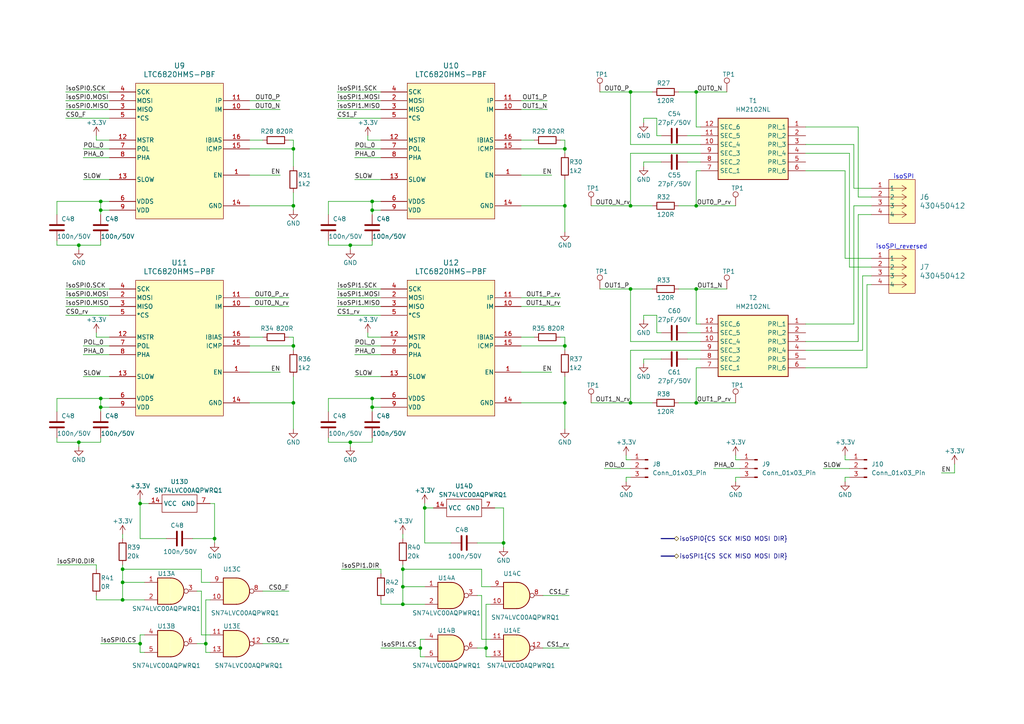
<source format=kicad_sch>
(kicad_sch (version 20230121) (generator eeschema)
  (paper "A4")
  (title_block (title "isoSPI interface") (date "2023-12-29") (rev "V1.0") (company "Valais Wallis Racing Team") (comment 1 "Bétrisey Mattia"))
  (junction (at 35.56 173.99))
  (junction (at 107.95 118.11))
  (junction (at 107.95 115.57))
  (junction (at 85.09 116.84))
  (junction (at 29.21 115.57))
  (junction (at 163.83 59.69))
  (junction (at 201.93 83.82))
  (junction (at 140.97 187.96))
  (junction (at 107.95 60.96))
  (junction (at 182.88 59.69))
  (junction (at 121.92 187.96))
  (junction (at 101.6 128.27))
  (junction (at 201.93 26.67))
  (junction (at 107.95 58.42))
  (junction (at 85.09 43.18))
  (junction (at 29.21 60.96))
  (junction (at 123.19 147.32))
  (junction (at 29.21 58.42))
  (junction (at 40.64 186.69))
  (junction (at 22.86 128.27))
  (junction (at 101.6 71.12))
  (junction (at 59.69 186.69))
  (junction (at 29.21 118.11))
  (junction (at 35.56 165.1))
  (junction (at 163.83 100.33))
  (junction (at 163.83 116.84))
  (junction (at 201.93 116.84))
  (junction (at 85.09 100.33))
  (junction (at 146.05 157.48))
  (junction (at 116.84 165.1))
  (junction (at 85.09 59.69))
  (junction (at 35.56 168.91))
  (junction (at 116.84 175.26))
  (junction (at 62.23 156.21))
  (junction (at 163.83 43.18))
  (junction (at 182.88 116.84))
  (junction (at 22.86 71.12))
  (junction (at 182.88 83.82))
  (junction (at 40.64 146.05))
  (junction (at 116.84 170.18))
  (junction (at 201.93 59.69))
  (junction (at 182.88 26.67))
  (wire (pts (xy 85.09 97.79) (xy 85.09 100.33)))
  (wire (pts (xy 173.99 83.82) (xy 182.88 83.82)))
  (wire (pts (xy 16.51 115.57) (xy 16.51 119.38)))
  (wire (pts (xy 106.68 96.52) (xy 106.68 97.79)))
  (wire (pts (xy 121.92 187.96) (xy 121.92 190.5)))
  (wire (pts (xy 201.93 36.83) (xy 203.2 36.83)))
  (wire (pts (xy 57.15 186.69) (xy 59.69 186.69)))
  (wire (pts (xy 181.61 133.35) (xy 182.88 133.35)))
  (wire (pts (xy 19.05 91.44) (xy 31.75 91.44)))
  (wire (pts (xy 233.68 106.68) (xy 251.46 106.68)))
  (wire (pts (xy 171.45 116.84) (xy 182.88 116.84)))
  (wire (pts (xy 121.92 190.5) (xy 123.19 190.5)))
  (wire (pts (xy 245.11 74.93) (xy 252.73 74.93)))
  (wire (pts (xy 247.65 41.91) (xy 247.65 54.61)))
  (wire (pts (xy 16.51 69.85) (xy 16.51 71.12)))
  (wire (pts (xy 157.48 172.72) (xy 165.1 172.72)))
  (wire (pts (xy 85.09 100.33) (xy 85.09 101.6)))
  (wire (pts (xy 97.79 34.29) (xy 110.49 34.29)))
  (wire (pts (xy 186.69 46.99) (xy 186.69 48.26)))
  (wire (pts (xy 29.21 58.42) (xy 31.75 58.42)))
  (wire (pts (xy 76.2 186.69) (xy 83.82 186.69)))
  (wire (pts (xy 29.21 115.57) (xy 31.75 115.57)))
  (wire (pts (xy 95.25 128.27) (xy 101.6 128.27)))
  (wire (pts (xy 72.39 50.8) (xy 81.28 50.8)))
  (wire (pts (xy 201.93 106.68) (xy 201.93 116.84)))
  (wire (pts (xy 72.39 116.84) (xy 85.09 116.84)))
  (wire (pts (xy 72.39 31.75) (xy 81.28 31.75)))
  (wire (pts (xy 196.85 26.67) (xy 201.93 26.67)))
  (wire (pts (xy 29.21 69.85) (xy 29.21 71.12)))
  (wire (pts (xy 27.94 40.64) (xy 31.75 40.64)))
  (wire (pts (xy 182.88 116.84) (xy 189.23 116.84)))
  (wire (pts (xy 72.39 59.69) (xy 85.09 59.69)))
  (bus (pts (xy 191.77 161.29) (xy 195.58 161.29)))
  (wire (pts (xy 233.68 44.45) (xy 246.38 44.45)))
  (wire (pts (xy 163.83 109.22) (xy 163.83 116.84)))
  (wire (pts (xy 58.42 168.91) (xy 60.96 168.91)))
  (wire (pts (xy 175.26 135.89) (xy 182.88 135.89)))
  (wire (pts (xy 245.11 49.53) (xy 245.11 74.93)))
  (wire (pts (xy 213.36 139.7) (xy 213.36 138.43)))
  (wire (pts (xy 19.05 83.82) (xy 31.75 83.82)))
  (wire (pts (xy 101.6 71.12) (xy 107.95 71.12)))
  (wire (pts (xy 95.25 115.57) (xy 107.95 115.57)))
  (wire (pts (xy 97.79 88.9) (xy 110.49 88.9)))
  (wire (pts (xy 121.92 185.42) (xy 123.19 185.42)))
  (wire (pts (xy 57.15 171.45) (xy 58.42 171.45)))
  (wire (pts (xy 201.93 83.82) (xy 201.93 93.98)))
  (wire (pts (xy 16.51 58.42) (xy 29.21 58.42)))
  (wire (pts (xy 186.69 34.29) (xy 190.5 34.29)))
  (wire (pts (xy 40.64 189.23) (xy 41.91 189.23)))
  (wire (pts (xy 190.5 91.44) (xy 190.5 96.52)))
  (wire (pts (xy 59.69 189.23) (xy 60.96 189.23)))
  (wire (pts (xy 182.88 26.67) (xy 182.88 41.91)))
  (wire (pts (xy 101.6 128.27) (xy 107.95 128.27)))
  (wire (pts (xy 248.92 62.23) (xy 248.92 99.06)))
  (wire (pts (xy 247.65 59.69) (xy 247.65 93.98)))
  (wire (pts (xy 95.25 127) (xy 95.25 128.27)))
  (wire (pts (xy 107.95 115.57) (xy 110.49 115.57)))
  (wire (pts (xy 213.36 138.43) (xy 214.63 138.43)))
  (wire (pts (xy 121.92 185.42) (xy 121.92 187.96)))
  (wire (pts (xy 116.84 165.1) (xy 116.84 170.18)))
  (wire (pts (xy 199.39 46.99) (xy 203.2 46.99)))
  (wire (pts (xy 238.76 135.89) (xy 246.38 135.89)))
  (wire (pts (xy 245.11 133.35) (xy 246.38 133.35)))
  (wire (pts (xy 182.88 83.82) (xy 189.23 83.82)))
  (wire (pts (xy 29.21 58.42) (xy 29.21 60.96)))
  (wire (pts (xy 163.83 52.07) (xy 163.83 59.69)))
  (wire (pts (xy 22.86 128.27) (xy 29.21 128.27)))
  (wire (pts (xy 116.84 175.26) (xy 123.19 175.26)))
  (wire (pts (xy 72.39 100.33) (xy 85.09 100.33)))
  (wire (pts (xy 248.92 57.15) (xy 252.73 57.15)))
  (wire (pts (xy 186.69 34.29) (xy 186.69 35.56)))
  (wire (pts (xy 72.39 107.95) (xy 81.28 107.95)))
  (wire (pts (xy 110.49 187.96) (xy 121.92 187.96)))
  (wire (pts (xy 72.39 86.36) (xy 83.82 86.36)))
  (wire (pts (xy 29.21 127) (xy 29.21 128.27)))
  (wire (pts (xy 182.88 101.6) (xy 203.2 101.6)))
  (wire (pts (xy 182.88 44.45) (xy 203.2 44.45)))
  (wire (pts (xy 102.87 109.22) (xy 110.49 109.22)))
  (wire (pts (xy 107.95 69.85) (xy 107.95 71.12)))
  (wire (pts (xy 97.79 31.75) (xy 110.49 31.75)))
  (wire (pts (xy 116.84 165.1) (xy 139.7 165.1)))
  (wire (pts (xy 27.94 97.79) (xy 31.75 97.79)))
  (wire (pts (xy 27.94 96.52) (xy 27.94 97.79)))
  (wire (pts (xy 106.68 39.37) (xy 106.68 40.64)))
  (wire (pts (xy 35.56 168.91) (xy 41.91 168.91)))
  (wire (pts (xy 146.05 157.48) (xy 146.05 158.75)))
  (wire (pts (xy 83.82 40.64) (xy 85.09 40.64)))
  (wire (pts (xy 27.94 173.99) (xy 35.56 173.99)))
  (wire (pts (xy 102.87 43.18) (xy 110.49 43.18)))
  (wire (pts (xy 139.7 172.72) (xy 139.7 185.42)))
  (wire (pts (xy 151.13 100.33) (xy 163.83 100.33)))
  (wire (pts (xy 182.88 44.45) (xy 182.88 59.69)))
  (wire (pts (xy 95.25 71.12) (xy 101.6 71.12)))
  (wire (pts (xy 16.51 58.42) (xy 16.51 62.23)))
  (wire (pts (xy 58.42 171.45) (xy 58.42 184.15)))
  (wire (pts (xy 123.19 147.32) (xy 123.19 157.48)))
  (wire (pts (xy 213.36 132.08) (xy 213.36 133.35)))
  (wire (pts (xy 181.61 138.43) (xy 182.88 138.43)))
  (wire (pts (xy 246.38 44.45) (xy 246.38 77.47)))
  (wire (pts (xy 245.11 132.08) (xy 245.11 133.35)))
  (wire (pts (xy 201.93 93.98) (xy 203.2 93.98)))
  (wire (pts (xy 233.68 36.83) (xy 248.92 36.83)))
  (wire (pts (xy 247.65 54.61) (xy 252.73 54.61)))
  (wire (pts (xy 201.93 59.69) (xy 213.36 59.69)))
  (wire (pts (xy 76.2 171.45) (xy 83.82 171.45)))
  (wire (pts (xy 59.69 173.99) (xy 60.96 173.99)))
  (wire (pts (xy 146.05 147.32) (xy 146.05 157.48)))
  (wire (pts (xy 207.01 135.89) (xy 214.63 135.89)))
  (wire (pts (xy 110.49 175.26) (xy 116.84 175.26)))
  (wire (pts (xy 123.19 146.05) (xy 123.19 147.32)))
  (wire (pts (xy 139.7 170.18) (xy 142.24 170.18)))
  (wire (pts (xy 139.7 165.1) (xy 139.7 170.18)))
  (wire (pts (xy 139.7 185.42) (xy 142.24 185.42)))
  (wire (pts (xy 72.39 43.18) (xy 85.09 43.18)))
  (wire (pts (xy 59.69 186.69) (xy 59.69 189.23)))
  (wire (pts (xy 247.65 59.69) (xy 252.73 59.69)))
  (wire (pts (xy 19.05 29.21) (xy 31.75 29.21)))
  (wire (pts (xy 186.69 46.99) (xy 191.77 46.99)))
  (wire (pts (xy 107.95 127) (xy 107.95 128.27)))
  (wire (pts (xy 110.49 173.99) (xy 110.49 175.26)))
  (wire (pts (xy 182.88 101.6) (xy 182.88 116.84)))
  (wire (pts (xy 95.25 58.42) (xy 95.25 62.23)))
  (wire (pts (xy 233.68 41.91) (xy 247.65 41.91)))
  (wire (pts (xy 251.46 82.55) (xy 251.46 106.68)))
  (wire (pts (xy 190.5 39.37) (xy 191.77 39.37)))
  (wire (pts (xy 171.45 59.69) (xy 182.88 59.69)))
  (wire (pts (xy 186.69 91.44) (xy 186.69 92.71)))
  (wire (pts (xy 201.93 26.67) (xy 201.93 36.83)))
  (wire (pts (xy 106.68 40.64) (xy 110.49 40.64)))
  (wire (pts (xy 276.86 134.62) (xy 276.86 137.16)))
  (wire (pts (xy 24.13 45.72) (xy 31.75 45.72)))
  (wire (pts (xy 107.95 60.96) (xy 107.95 62.23)))
  (wire (pts (xy 151.13 31.75) (xy 158.75 31.75)))
  (wire (pts (xy 201.93 49.53) (xy 201.93 59.69)))
  (wire (pts (xy 40.64 146.05) (xy 40.64 156.21)))
  (wire (pts (xy 116.84 163.83) (xy 116.84 165.1)))
  (wire (pts (xy 102.87 102.87) (xy 110.49 102.87)))
  (bus (pts (xy 191.77 156.21) (xy 195.58 156.21)))
  (wire (pts (xy 35.56 154.94) (xy 35.56 156.21)))
  (wire (pts (xy 29.21 118.11) (xy 29.21 119.38)))
  (wire (pts (xy 60.96 146.05) (xy 62.23 146.05)))
  (wire (pts (xy 58.42 165.1) (xy 58.42 168.91)))
  (wire (pts (xy 186.69 104.14) (xy 191.77 104.14)))
  (wire (pts (xy 107.95 118.11) (xy 110.49 118.11)))
  (wire (pts (xy 29.21 186.69) (xy 40.64 186.69)))
  (wire (pts (xy 201.93 26.67) (xy 210.82 26.67)))
  (wire (pts (xy 85.09 55.88) (xy 85.09 59.69)))
  (wire (pts (xy 40.64 144.78) (xy 40.64 146.05)))
  (wire (pts (xy 102.87 52.07) (xy 110.49 52.07)))
  (wire (pts (xy 72.39 40.64) (xy 76.2 40.64)))
  (wire (pts (xy 151.13 29.21) (xy 158.75 29.21)))
  (wire (pts (xy 162.56 97.79) (xy 163.83 97.79)))
  (wire (pts (xy 163.83 100.33) (xy 163.83 101.6)))
  (wire (pts (xy 99.06 165.1) (xy 110.49 165.1)))
  (wire (pts (xy 190.5 96.52) (xy 191.77 96.52)))
  (wire (pts (xy 140.97 175.26) (xy 140.97 187.96)))
  (wire (pts (xy 173.99 26.67) (xy 182.88 26.67)))
  (wire (pts (xy 186.69 91.44) (xy 190.5 91.44)))
  (wire (pts (xy 107.95 60.96) (xy 110.49 60.96)))
  (wire (pts (xy 101.6 128.27) (xy 101.6 129.54)))
  (wire (pts (xy 95.25 58.42) (xy 107.95 58.42)))
  (wire (pts (xy 123.19 157.48) (xy 130.81 157.48)))
  (wire (pts (xy 24.13 52.07) (xy 31.75 52.07)))
  (wire (pts (xy 163.83 40.64) (xy 163.83 43.18)))
  (wire (pts (xy 248.92 62.23) (xy 252.73 62.23)))
  (wire (pts (xy 22.86 71.12) (xy 22.86 72.39)))
  (wire (pts (xy 40.64 156.21) (xy 48.26 156.21)))
  (wire (pts (xy 19.05 31.75) (xy 31.75 31.75)))
  (wire (pts (xy 97.79 26.67) (xy 110.49 26.67)))
  (wire (pts (xy 233.68 99.06) (xy 248.92 99.06)))
  (wire (pts (xy 24.13 109.22) (xy 31.75 109.22)))
  (wire (pts (xy 85.09 40.64) (xy 85.09 43.18)))
  (wire (pts (xy 102.87 100.33) (xy 110.49 100.33)))
  (wire (pts (xy 40.64 186.69) (xy 40.64 189.23)))
  (wire (pts (xy 201.93 83.82) (xy 210.82 83.82)))
  (wire (pts (xy 248.92 36.83) (xy 248.92 57.15)))
  (wire (pts (xy 163.83 59.69) (xy 163.83 67.31)))
  (wire (pts (xy 19.05 88.9) (xy 31.75 88.9)))
  (wire (pts (xy 116.84 170.18) (xy 116.84 175.26)))
  (wire (pts (xy 16.51 115.57) (xy 29.21 115.57)))
  (wire (pts (xy 16.51 127) (xy 16.51 128.27)))
  (wire (pts (xy 116.84 154.94) (xy 116.84 156.21)))
  (wire (pts (xy 85.09 59.69) (xy 85.09 60.96)))
  (wire (pts (xy 123.19 147.32) (xy 125.73 147.32)))
  (wire (pts (xy 162.56 40.64) (xy 163.83 40.64)))
  (wire (pts (xy 199.39 39.37) (xy 203.2 39.37)))
  (wire (pts (xy 246.38 77.47) (xy 252.73 77.47)))
  (wire (pts (xy 251.46 82.55) (xy 252.73 82.55)))
  (wire (pts (xy 29.21 60.96) (xy 29.21 62.23)))
  (wire (pts (xy 151.13 40.64) (xy 154.94 40.64)))
  (wire (pts (xy 199.39 96.52) (xy 203.2 96.52)))
  (wire (pts (xy 151.13 107.95) (xy 160.02 107.95)))
  (wire (pts (xy 27.94 173.99) (xy 27.94 172.72)))
  (wire (pts (xy 196.85 116.84) (xy 201.93 116.84)))
  (wire (pts (xy 35.56 168.91) (xy 35.56 173.99)))
  (wire (pts (xy 106.68 97.79) (xy 110.49 97.79)))
  (wire (pts (xy 62.23 156.21) (xy 62.23 157.48)))
  (wire (pts (xy 163.83 97.79) (xy 163.83 100.33)))
  (wire (pts (xy 40.64 184.15) (xy 40.64 186.69)))
  (wire (pts (xy 245.11 139.7) (xy 245.11 138.43)))
  (wire (pts (xy 201.93 49.53) (xy 203.2 49.53)))
  (wire (pts (xy 22.86 71.12) (xy 29.21 71.12)))
  (wire (pts (xy 16.51 128.27) (xy 22.86 128.27)))
  (wire (pts (xy 72.39 97.79) (xy 76.2 97.79)))
  (wire (pts (xy 24.13 102.87) (xy 31.75 102.87)))
  (wire (pts (xy 201.93 106.68) (xy 203.2 106.68)))
  (wire (pts (xy 233.68 93.98) (xy 247.65 93.98)))
  (wire (pts (xy 182.88 41.91) (xy 203.2 41.91)))
  (wire (pts (xy 97.79 91.44) (xy 110.49 91.44)))
  (wire (pts (xy 24.13 43.18) (xy 31.75 43.18)))
  (wire (pts (xy 181.61 132.08) (xy 181.61 133.35)))
  (wire (pts (xy 250.19 80.01) (xy 250.19 101.6)))
  (wire (pts (xy 29.21 60.96) (xy 31.75 60.96)))
  (wire (pts (xy 62.23 146.05) (xy 62.23 156.21)))
  (wire (pts (xy 19.05 34.29) (xy 31.75 34.29)))
  (wire (pts (xy 250.19 80.01) (xy 252.73 80.01)))
  (wire (pts (xy 35.56 173.99) (xy 41.91 173.99)))
  (wire (pts (xy 151.13 43.18) (xy 163.83 43.18)))
  (wire (pts (xy 201.93 116.84) (xy 213.36 116.84)))
  (wire (pts (xy 138.43 172.72) (xy 139.7 172.72)))
  (wire (pts (xy 190.5 34.29) (xy 190.5 39.37)))
  (wire (pts (xy 151.13 97.79) (xy 154.94 97.79)))
  (wire (pts (xy 35.56 165.1) (xy 35.56 168.91)))
  (wire (pts (xy 186.69 104.14) (xy 186.69 105.41)))
  (wire (pts (xy 85.09 116.84) (xy 85.09 124.46)))
  (wire (pts (xy 97.79 83.82) (xy 110.49 83.82)))
  (wire (pts (xy 16.51 71.12) (xy 22.86 71.12)))
  (wire (pts (xy 151.13 86.36) (xy 162.56 86.36)))
  (wire (pts (xy 107.95 115.57) (xy 107.95 118.11)))
  (wire (pts (xy 85.09 109.22) (xy 85.09 116.84)))
  (wire (pts (xy 233.68 101.6) (xy 250.19 101.6)))
  (wire (pts (xy 72.39 29.21) (xy 81.28 29.21)))
  (wire (pts (xy 273.05 137.16) (xy 276.86 137.16)))
  (wire (pts (xy 140.97 190.5) (xy 142.24 190.5)))
  (wire (pts (xy 59.69 173.99) (xy 59.69 186.69)))
  (wire (pts (xy 16.51 163.83) (xy 27.94 163.83)))
  (wire (pts (xy 151.13 50.8) (xy 160.02 50.8)))
  (wire (pts (xy 107.95 118.11) (xy 107.95 119.38)))
  (wire (pts (xy 151.13 59.69) (xy 163.83 59.69)))
  (wire (pts (xy 138.43 187.96) (xy 140.97 187.96)))
  (wire (pts (xy 29.21 115.57) (xy 29.21 118.11)))
  (wire (pts (xy 151.13 88.9) (xy 162.56 88.9)))
  (wire (pts (xy 116.84 170.18) (xy 123.19 170.18)))
  (wire (pts (xy 163.83 116.84) (xy 163.83 124.46)))
  (wire (pts (xy 151.13 116.84) (xy 163.83 116.84)))
  (wire (pts (xy 19.05 26.67) (xy 31.75 26.67)))
  (wire (pts (xy 140.97 175.26) (xy 142.24 175.26)))
  (wire (pts (xy 97.79 29.21) (xy 110.49 29.21)))
  (wire (pts (xy 182.88 59.69) (xy 189.23 59.69)))
  (wire (pts (xy 163.83 43.18) (xy 163.83 44.45)))
  (wire (pts (xy 85.09 43.18) (xy 85.09 48.26)))
  (wire (pts (xy 40.64 184.15) (xy 41.91 184.15)))
  (wire (pts (xy 24.13 100.33) (xy 31.75 100.33)))
  (wire (pts (xy 102.87 45.72) (xy 110.49 45.72)))
  (wire (pts (xy 27.94 163.83) (xy 27.94 165.1)))
  (wire (pts (xy 143.51 147.32) (xy 146.05 147.32)))
  (wire (pts (xy 95.25 115.57) (xy 95.25 119.38)))
  (wire (pts (xy 107.95 58.42) (xy 107.95 60.96)))
  (wire (pts (xy 213.36 133.35) (xy 214.63 133.35)))
  (wire (pts (xy 58.42 184.15) (xy 60.96 184.15)))
  (wire (pts (xy 35.56 163.83) (xy 35.56 165.1)))
  (wire (pts (xy 182.88 83.82) (xy 182.88 99.06)))
  (wire (pts (xy 55.88 156.21) (xy 62.23 156.21)))
  (wire (pts (xy 233.68 49.53) (xy 245.11 49.53)))
  (wire (pts (xy 196.85 83.82) (xy 201.93 83.82)))
  (wire (pts (xy 245.11 138.43) (xy 246.38 138.43)))
  (wire (pts (xy 110.49 165.1) (xy 110.49 166.37)))
  (wire (pts (xy 182.88 26.67) (xy 189.23 26.67)))
  (wire (pts (xy 19.05 86.36) (xy 31.75 86.36)))
  (wire (pts (xy 199.39 104.14) (xy 203.2 104.14)))
  (wire (pts (xy 35.56 165.1) (xy 58.42 165.1)))
  (wire (pts (xy 22.86 128.27) (xy 22.86 129.54)))
  (wire (pts (xy 27.94 39.37) (xy 27.94 40.64)))
  (wire (pts (xy 138.43 157.48) (xy 146.05 157.48)))
  (wire (pts (xy 40.64 146.05) (xy 43.18 146.05)))
  (wire (pts (xy 101.6 71.12) (xy 101.6 72.39)))
  (wire (pts (xy 72.39 88.9) (xy 83.82 88.9)))
  (wire (pts (xy 140.97 187.96) (xy 140.97 190.5)))
  (wire (pts (xy 95.25 69.85) (xy 95.25 71.12)))
  (wire (pts (xy 181.61 139.7) (xy 181.61 138.43)))
  (wire (pts (xy 182.88 99.06) (xy 203.2 99.06)))
  (wire (pts (xy 157.48 187.96) (xy 165.1 187.96)))
  (wire (pts (xy 196.85 59.69) (xy 201.93 59.69)))
  (wire (pts (xy 107.95 58.42) (xy 110.49 58.42)))
  (wire (pts (xy 29.21 118.11) (xy 31.75 118.11)))
  (wire (pts (xy 83.82 97.79) (xy 85.09 97.79)))
  (wire (pts (xy 97.79 86.36) (xy 110.49 86.36)))
  (text "isoSPI" (at 259.08 52.07 0) (effects (font (size 1.27 1.27)) (justify left bottom)))
  (text "isoSPI_reversed" (at 254 72.39 0) (effects (font (size 1.27 1.27)) (justify left bottom)))
  (label "OUT1_P_rv" (at 212.09 116.84 180))
  (label "OUT1_P_rv" (at 162.56 86.36 180))
  (label "CS1_F" (at 97.79 34.29 0))
  (label "isoSPI1.MISO" (at 97.79 31.75 0))
  (label "POL_0" (at 24.13 100.33 0))
  (label "OUT0_N" (at 209.55 26.67 180))
  (label "isoSPI0.SCK" (at 19.05 26.67 0))
  (label "isoSPI0.SCK" (at 19.05 83.82 0))
  (label "OUT0_P_rv" (at 212.09 59.69 180))
  (label "CS1_rv" (at 97.79 91.44 0))
  (label "SLOW" (at 24.13 52.07 0))
  (label "OUT0_P_rv" (at 83.82 86.36 180))
  (label "isoSPI1.DIR" (at 99.06 165.1 0))
  (label "PHA_0" (at 207.01 135.89 0))
  (label "CS0_rv" (at 19.05 91.44 0))
  (label "isoSPI0.MISO" (at 19.05 88.9 0))
  (label "OUT1_P" (at 158.75 29.21 180))
  (label "CS0_F" (at 19.05 34.29 0))
  (label "OUT1_N" (at 209.55 83.82 180))
  (label "EN" (at 160.02 50.8 180))
  (label "isoSPI0.DIR" (at 16.51 163.83 0))
  (label "PHA_0" (at 102.87 45.72 0))
  (label "isoSPI0.MISO" (at 19.05 31.75 0))
  (label "OUT1_P" (at 175.26 83.82 0))
  (label "OUT0_P" (at 175.26 26.67 0))
  (label "CS0_rv" (at 83.82 186.69 180))
  (label "OUT1_N" (at 158.75 31.75 180))
  (label "POL_0" (at 24.13 43.18 0))
  (label "POL_0" (at 102.87 43.18 0))
  (label "isoSPI1.MOSI" (at 97.79 86.36 0))
  (label "isoSPI1.MOSI" (at 97.79 29.21 0))
  (label "isoSPI0.MOSI" (at 19.05 86.36 0))
  (label "CS1_rv" (at 165.1 187.96 180))
  (label "CS1_F" (at 165.1 172.72 180))
  (label "SLOW" (at 24.13 109.22 0))
  (label "EN" (at 81.28 107.95 180))
  (label "CS0_F" (at 83.82 171.45 180))
  (label "isoSPI1.MISO" (at 97.79 88.9 0))
  (label "isoSPI0.CS" (at 29.21 186.69 0))
  (label "SLOW" (at 102.87 52.07 0))
  (label "SLOW" (at 102.87 109.22 0))
  (label "isoSPI0.MOSI" (at 19.05 29.21 0))
  (label "PHA_0" (at 102.87 102.87 0))
  (label "EN" (at 160.02 107.95 180))
  (label "isoSPI1.SCK" (at 97.79 26.67 0))
  (label "EN" (at 273.05 137.16 0))
  (label "isoSPI1.CS" (at 110.49 187.96 0))
  (label "OUT1_N_rv" (at 172.72 116.84 0))
  (label "PHA_0" (at 24.13 102.87 0))
  (label "PHA_0" (at 24.13 45.72 0))
  (label "POL_0" (at 175.26 135.89 0))
  (label "OUT0_N_rv" (at 83.82 88.9 180))
  (label "EN" (at 81.28 50.8 180))
  (label "OUT0_P" (at 81.28 29.21 180))
  (label "OUT0_N" (at 81.28 31.75 180))
  (label "OUT1_N_rv" (at 162.56 88.9 180))
  (label "OUT0_N_rv" (at 172.72 59.69 0))
  (label "POL_0" (at 102.87 100.33 0))
  (label "isoSPI1.SCK" (at 97.79 83.82 0))
  (label "SLOW" (at 238.76 135.89 0))
  (hierarchical_label "isoSPI1{CS SCK MISO MOSI DIR}" (shape bidirectional) (at 195.58 161.29 0))
  (hierarchical_label "isoSPI0{CS SCK MISO MOSI DIR}" (shape bidirectional) (at 195.58 156.21 0))
  (symbol (lib_id "bmsPower_Symbols:+3V3_0") (at 276.86 134.62 0) (unit 1) (in_bom no) (on_board no)
    (property "Reference" "#PWR097" (effects hide))
    (property "Value" "+3V3_0" (at 276.86 130.81 0))
  )
  (symbol (lib_id "bmsPower_Symbols:GND_0") (at 22.86 129.54 0) (unit 1) (in_bom no) (on_board no)
    (property "Reference" "#PWR092" (effects hide))
    (property "Value" "GND_0" (at 22.86 133.35 0))
  )
  (symbol (lib_id "Device:R") (at 163.83 48.26 180) (unit 1)
    (property "Reference" "R30" (at 165.1 46.99 0) (effects (justify right)))
    (property "Value" "1k2" (at 165.1 49.53 0) (effects (justify right)))
    (property "Footprint" "Resistor_SMD:R_0603_1608Metric" (effects hide))
  )
  (symbol (lib_id "Device:C") (at 195.58 46.99 90) (mirror x) (unit 1)
    (property "Reference" "C55" (at 195.58 50.8 90))
    (property "Value" "27pF/50V" (at 195.58 53.34 90))
    (property "Footprint" "Capacitor_SMD:C_0603_1608Metric" (effects hide))
  )
  (symbol (lib_id "Device:C") (at 16.51 66.04 0) (unit 1)
    (property "Reference" "C48" (at 17.78 63.5 0) (effects (justify left)))
    (property "Value" "100n/50V" (at 16.51 68.58 0) (effects (justify left)))
    (property "Footprint" "Capacitor_SMD:C_0603_1608Metric" (effects hide))
    (instances (project "BMS-Master" (path "" (reference "C48") (unit 1)) (path "" (reference "C56") (unit 1))))
  )
  (symbol (lib_id "Device:C") (at 29.21 66.04 0) (unit 1)
    (property "Reference" "C48" (at 30.48 63.5 0) (effects (justify left)))
    (property "Value" "100n/50V" (at 29.21 68.58 0) (effects (justify left)))
    (property "Footprint" "Capacitor_SMD:C_0603_1608Metric" (effects hide))
    (instances (project "BMS-Master" (path "" (reference "C48") (unit 1)) (path "" (reference "C57") (unit 1))))
  )
  (symbol (lib_name "SN74LVC00AQPWRQ1_9") (lib_id "FS_Semiconductor:SN74LVC00AQPWRQ1") (at 148.59 172.72 0) (unit 3)
    (property "Reference" "U14" (at 148.59 166.37 0))
    (property "Value" "SN74LVC00AQPWRQ1" (at 152.4 179.07 0))
    (property "Footprint" "Package_SO:TSSOP-14_4.4x5mm_P0.65mm" (effects hide))
  )
  (symbol (lib_id "bmsPower_Symbols:+3V3_0") (at 106.68 39.37 0) (unit 1) (in_bom no) (on_board no)
    (property "Reference" "#PWR080" (effects hide))
    (property "Value" "+3V3_0" (at 106.68 35.56 0))
  )
  (symbol (lib_id "Device:R") (at 110.49 170.18 0) (unit 1)
    (property "Reference" "R42" (at 111.76 168.91 0) (effects (justify left)))
    (property "Value" "0R" (at 111.76 171.45 0) (effects (justify left)))
    (property "Footprint" "Resistor_SMD:R_0603_1608Metric" (effects hide))
  )
  (symbol (lib_id "bmsPower_Symbols:GND_0") (at 85.09 124.46 0) (unit 1) (in_bom no) (on_board no)
    (property "Reference" "#PWR090" (effects hide))
    (property "Value" "GND_0" (at 85.09 128.27 0))
  )
  (symbol (lib_id "Device:R") (at 193.04 26.67 270) (unit 1)
    (property "Reference" "R27" (at 190.5 24.13 90) (effects (justify left)))
    (property "Value" "120R" (at 190.5 29.21 90) (effects (justify left)))
    (property "Footprint" "Resistor_SMD:R_0603_1608Metric" (effects hide))
  )
  (symbol (lib_id "bmsPower_Symbols:GND_0") (at 181.61 139.7 0) (unit 1) (in_bom no) (on_board no)
    (property "Reference" "#PWR098" (effects hide))
    (property "Value" "GND_0" (at 181.61 143.51 0))
  )
  (symbol (lib_id "43045-0412:430450412") (at 252.73 54.61 0) (unit 1)
    (property "Reference" "J6" (at 266.7 57.15 0) (effects (font (size 1.524 1.524)) (justify left)))
    (property "Value" "430450412" (at 266.7 59.69 0) (effects (font (size 1.524 1.524)) (justify left)))
    (property "Footprint" "43045-0412:CON_430450412_MOL" (effects hide))
    (property "Datasheet" "430450412" (effects hide))
  )
  (symbol (lib_id "HM2102NL:HM2102NL") (at 233.68 36.83 0) (mirror y) (unit 1)
    (property "Reference" "T1" (at 218.44 29.21 0))
    (property "Value" "HM2102NL" (at 218.44 31.75 0))
    (property "Footprint" "HM2102NL:SOP200P1473X500-12N" (effects hide))
    (property "Datasheet" "https://productfinder.pulseeng.com/doc_type/WEB301/doc_num/HM2102NL/doc_part/HM2102NL.pdf" (effects hide))
    (property "Height" "5" (effects hide))
    (property "Manufacturer_Name" "Pulse Electronics" (effects hide))
    (property "Manufacturer_Part_Number" "HM2102NL" (effects hide))
    (property "Mouser Part Number" "673-HM2102NL" (effects hide))
    (property "Mouser Price/Stock" "https://www.mouser.co.uk/ProductDetail/Pulse-Electronics/HM2102NL?qs=1mbolxNpo8c93YBFuby5tg%3D%3D" (effects hide))
    (property "Arrow Part Number" "HM2102NL" (effects hide))
    (property "Arrow Price/Stock" "https://www.arrow.com/en/products/hm2102nl/pulse-electronics-corporation" (effects hide))
  )
  (symbol (lib_id "Device:R") (at 85.09 52.07 180) (unit 1)
    (property "Reference" "R31" (at 86.36 50.8 0) (effects (justify right)))
    (property "Value" "1k2" (at 86.36 53.34 0) (effects (justify right)))
    (property "Footprint" "Resistor_SMD:R_0603_1608Metric" (effects hide))
  )
  (symbol (lib_id "bmsPower_Symbols:GND_0") (at 186.69 48.26 0) (unit 1) (in_bom no) (on_board no)
    (property "Reference" "#PWR081" (effects hide))
    (property "Value" "GND_0" (at 186.69 52.07 0))
  )
  (symbol (lib_id "Device:C") (at 16.51 123.19 0) (unit 1)
    (property "Reference" "C48" (at 17.78 120.65 0) (effects (justify left)))
    (property "Value" "100n/50V" (at 16.51 125.73 0) (effects (justify left)))
    (property "Footprint" "Capacitor_SMD:C_0603_1608Metric" (effects hide))
    (instances (project "BMS-Master" (path "" (reference "C48") (unit 1)) (path "" (reference "C62") (unit 1))))
  )
  (symbol (lib_id "Connector:TestPoint") (at 173.99 26.67 0) (unit 1)
    (property "Reference" "TP1" (at 172.72 21.59 0) (effects (justify left)))
    (property "Value" "TestPoint" (effects hide))
    (property "Footprint" "TestPoint:TestPoint_Keystone_5000-5004_Miniature" (effects hide))
    (instances (project "BMS-Master" (path "" (reference "TP1") (unit 1)) (path "" (reference "TP6") (unit 1))))
  )
  (symbol (lib_id "Device:R") (at 158.75 97.79 90) (unit 1)
    (property "Reference" "R35" (at 156.21 95.25 90))
    (property "Value" "820R" (at 161.29 95.25 90))
    (property "Footprint" "Resistor_SMD:R_0603_1608Metric" (effects hide))
  )
  (symbol (lib_id "Connector:Conn_01x03_Pin") (at 187.96 135.89 0) (mirror y) (unit 1)
    (property "Reference" "J8" (at 189.23 134.62 0) (effects (justify right)))
    (property "Value" "Conn_01x03_Pin" (at 189.23 137.16 0) (effects (justify right)))
    (property "Footprint" "Connector_PinHeader_2.00mm:PinHeader_1x03_P2.00mm_Vertical" (effects hide))
  )
  (symbol (lib_id "Connector:Conn_01x03_Pin") (at 251.46 135.89 0) (mirror y) (unit 1)
    (property "Reference" "J10" (at 252.73 134.62 0) (effects (justify right)))
    (property "Value" "Conn_01x03_Pin" (at 252.73 137.16 0) (effects (justify right)))
    (property "Footprint" "Connector_PinHeader_2.00mm:PinHeader_1x03_P2.00mm_Vertical" (effects hide))
  )
  (symbol (lib_id "Connector:TestPoint") (at 213.36 116.84 0) (unit 1)
    (property "Reference" "TP1" (at 212.09 111.76 0) (effects (justify left)))
    (property "Value" "TestPoint" (effects hide))
    (property "Footprint" "TestPoint:TestPoint_Keystone_5000-5004_Miniature" (effects hide))
    (instances (project "BMS-Master" (path "" (reference "TP1") (unit 1)) (path "" (reference "TP13") (unit 1))))
  )
  (symbol (lib_name "SN74LVC00AQPWRQ1_3") (lib_id "FS_Semiconductor:SN74LVC00AQPWRQ1") (at 48.26 186.69 0) (unit 2)
    (property "Reference" "U13" (at 48.26 181.61 0))
    (property "Value" "SN74LVC00AQPWRQ1" (at 48.26 193.04 0))
    (property "Footprint" "Package_SO:TSSOP-14_4.4x5mm_P0.65mm" (effects hide))
  )
  (symbol (lib_id "Connector:TestPoint") (at 171.45 116.84 0) (unit 1)
    (property "Reference" "TP1" (at 170.18 111.76 0) (effects (justify left)))
    (property "Value" "TestPoint" (effects hide))
    (property "Footprint" "TestPoint:TestPoint_Keystone_5000-5004_Miniature" (effects hide))
    (instances (project "BMS-Master" (path "" (reference "TP1") (unit 1)) (path "" (reference "TP12") (unit 1))))
  )
  (symbol (lib_id "Device:R") (at 193.04 116.84 270) (unit 1)
    (property "Reference" "R38" (at 190.5 114.3 90) (effects (justify left)))
    (property "Value" "120R" (at 190.5 119.38 90) (effects (justify left)))
    (property "Footprint" "Resistor_SMD:R_0603_1608Metric" (effects hide))
  )
  (symbol (lib_id "bmsPower_Symbols:+3V3_0") (at 123.19 146.05 0) (unit 1) (in_bom no) (on_board no)
    (property "Reference" "#PWR0102" (effects hide))
    (property "Value" "+3V3_0" (at 123.19 142.24 0))
  )
  (symbol (lib_id "Device:C") (at 195.58 96.52 90) (unit 1)
    (property "Reference" "C60" (at 195.58 90.17 90))
    (property "Value" "27pF/50V" (at 195.58 92.71 90))
    (property "Footprint" "Capacitor_SMD:C_0603_1608Metric" (effects hide))
  )
  (symbol (lib_id "Device:C") (at 107.95 123.19 0) (unit 1)
    (property "Reference" "C48" (at 109.22 120.65 0) (effects (justify left)))
    (property "Value" "100n/50V" (at 107.95 125.73 0) (effects (justify left)))
    (property "Footprint" "Capacitor_SMD:C_0603_1608Metric" (effects hide))
    (instances (project "BMS-Master" (path "" (reference "C48") (unit 1)) (path "" (reference "C65") (unit 1))))
  )
  (symbol (lib_name "SN74LVC00AQPWRQ1_4") (lib_id "FS_Semiconductor:SN74LVC00AQPWRQ1") (at 52.07 146.05 90) (unit 4)
    (property "Reference" "U13" (at 52.07 139.7 90))
    (property "Value" "SN74LVC00AQPWRQ1" (at 54.61 142.24 90))
    (property "Footprint" "Package_SO:TSSOP-14_4.4x5mm_P0.65mm" (effects hide))
  )
  (symbol (lib_id "bmsPower_Symbols:GND_0") (at 245.11 139.7 0) (unit 1) (in_bom no) (on_board no)
    (property "Reference" "#PWR0100" (effects hide))
    (property "Value" "GND_0" (at 245.11 143.51 0))
  )
  (symbol (lib_id "Device:C") (at 134.62 157.48 90) (unit 1)
    (property "Reference" "C48" (at 135.89 153.67 90) (effects (justify left)))
    (property "Value" "100n/50V" (at 139.7 161.29 90) (effects (justify left)))
    (property "Footprint" "Capacitor_SMD:C_0603_1608Metric" (effects hide))
    (instances (project "BMS-Master" (path "" (reference "C48") (unit 1)) (path "" (reference "C67") (unit 1))))
  )
  (symbol (lib_id "bmsPower_Symbols:GND_0") (at 146.05 158.75 0) (unit 1) (in_bom no) (on_board no)
    (property "Reference" "#PWR0106" (effects hide))
    (property "Value" "GND_0" (at 146.05 162.56 0))
  )
  (symbol (lib_id "Device:R") (at 35.56 160.02 0) (unit 1)
    (property "Reference" "R39" (at 36.83 158.75 0) (effects (justify left)))
    (property "Value" "20k" (at 36.83 161.29 0) (effects (justify left)))
    (property "Footprint" "Resistor_SMD:R_0603_1608Metric" (effects hide))
  )
  (symbol (lib_id "Device:R") (at 80.01 40.64 90) (unit 1)
    (property "Reference" "R28" (at 77.47 38.1 90))
    (property "Value" "820R" (at 82.55 38.1 90))
    (property "Footprint" "Resistor_SMD:R_0603_1608Metric" (effects hide))
  )
  (symbol (lib_id "bmsPower_Symbols:GND_0") (at 22.86 72.39 0) (unit 1) (in_bom no) (on_board no)
    (property "Reference" "#PWR084" (effects hide))
    (property "Value" "GND_0" (at 22.86 76.2 0))
  )
  (symbol (lib_name "SN74LVC00AQPWRQ1_1") (lib_id "FS_Semiconductor:SN74LVC00AQPWRQ1") (at 48.26 171.45 0) (unit 1)
    (property "Reference" "U13" (at 48.26 166.37 0))
    (property "Value" "SN74LVC00AQPWRQ1" (at 48.26 176.53 0))
    (property "Footprint" "Package_SO:TSSOP-14_4.4x5mm_P0.65mm" (effects hide))
  )
  (symbol (lib_id "Connector:TestPoint") (at 173.99 83.82 0) (unit 1)
    (property "Reference" "TP1" (at 172.72 78.74 0) (effects (justify left)))
    (property "Value" "TestPoint" (effects hide))
    (property "Footprint" "TestPoint:TestPoint_Keystone_5000-5004_Miniature" (effects hide))
    (instances (project "BMS-Master" (path "" (reference "TP1") (unit 1)) (path "" (reference "TP10") (unit 1))))
  )
  (symbol (lib_id "bmsPower_Symbols:+3V3_0") (at 27.94 39.37 0) (unit 1) (in_bom no) (on_board no)
    (property "Reference" "#PWR079" (effects hide))
    (property "Value" "+3V3_0" (at 27.94 35.56 0))
  )
  (symbol (lib_id "Device:R") (at 116.84 160.02 0) (unit 1)
    (property "Reference" "R40" (at 118.11 158.75 0) (effects (justify left)))
    (property "Value" "20k" (at 118.11 161.29 0) (effects (justify left)))
    (property "Footprint" "Resistor_SMD:R_0603_1608Metric" (effects hide))
  )
  (symbol (lib_id "bmsPower_Symbols:+3V3_0") (at 27.94 96.52 0) (unit 1) (in_bom no) (on_board no)
    (property "Reference" "#PWR087" (effects hide))
    (property "Value" "+3V3_0" (at 27.94 92.71 0))
  )
  (symbol (lib_id "bmsPower_Symbols:GND_0") (at 62.23 157.48 0) (unit 1) (in_bom no) (on_board no)
    (property "Reference" "#PWR0105" (effects hide))
    (property "Value" "GND_0" (at 62.23 161.29 0))
  )
  (symbol (lib_id "Device:R") (at 85.09 105.41 180) (unit 1)
    (property "Reference" "R36" (at 86.36 104.14 0) (effects (justify right)))
    (property "Value" "1k2" (at 86.36 106.68 0) (effects (justify right)))
    (property "Footprint" "Resistor_SMD:R_0603_1608Metric" (effects hide))
  )
  (symbol (lib_id "bmsPower_Symbols:GND_0") (at 101.6 129.54 0) (unit 1) (in_bom no) (on_board no)
    (property "Reference" "#PWR093" (effects hide))
    (property "Value" "GND_0" (at 101.6 133.35 0))
  )
  (symbol (lib_id "bmsPower_Symbols:GND_0") (at 101.6 72.39 0) (unit 1) (in_bom no) (on_board no)
    (property "Reference" "#PWR085" (effects hide))
    (property "Value" "GND_0" (at 101.6 76.2 0))
  )
  (symbol (lib_id "bmsPower_Symbols:+3V3_0") (at 245.11 132.08 0) (unit 1) (in_bom no) (on_board no)
    (property "Reference" "#PWR096" (effects hide))
    (property "Value" "+3V3_0" (at 245.11 128.27 0))
  )
  (symbol (lib_id "bmsPower_Symbols:+3V3_0") (at 213.36 132.08 0) (unit 1) (in_bom no) (on_board no)
    (property "Reference" "#PWR095" (effects hide))
    (property "Value" "+3V3_0" (at 213.36 128.27 0))
  )
  (symbol (lib_id "Device:R") (at 163.83 105.41 180) (unit 1)
    (property "Reference" "R37" (at 165.1 104.14 0) (effects (justify right)))
    (property "Value" "1k2" (at 165.1 106.68 0) (effects (justify right)))
    (property "Footprint" "Resistor_SMD:R_0603_1608Metric" (effects hide))
  )
  (symbol (lib_id "bmsPower_Symbols:+3V3_0") (at 40.64 144.78 0) (unit 1) (in_bom no) (on_board no)
    (property "Reference" "#PWR0101" (effects hide))
    (property "Value" "+3V3_0" (at 40.64 140.97 0))
  )
  (symbol (lib_id "Connector:TestPoint") (at 171.45 59.69 0) (unit 1)
    (property "Reference" "TP1" (at 170.18 54.61 0) (effects (justify left)))
    (property "Value" "TestPoint" (effects hide))
    (property "Footprint" "TestPoint:TestPoint_Keystone_5000-5004_Miniature" (effects hide))
    (instances (project "BMS-Master" (path "" (reference "TP1") (unit 1)) (path "" (reference "TP8") (unit 1))))
  )
  (symbol (lib_id "Device:R") (at 80.01 97.79 90) (unit 1)
    (property "Reference" "R34" (at 77.47 95.25 90))
    (property "Value" "820R" (at 82.55 95.25 90))
    (property "Footprint" "Resistor_SMD:R_0603_1608Metric" (effects hide))
  )
  (symbol (lib_id "Device:C") (at 107.95 66.04 0) (unit 1)
    (property "Reference" "C48" (at 109.22 63.5 0) (effects (justify left)))
    (property "Value" "100n/50V" (at 107.95 68.58 0) (effects (justify left)))
    (property "Footprint" "Capacitor_SMD:C_0603_1608Metric" (effects hide))
    (instances (project "BMS-Master" (path "" (reference "C48") (unit 1)) (path "" (reference "C59") (unit 1))))
  )
  (symbol (lib_name "SN74LVC00AQPWRQ1_8") (lib_id "FS_Semiconductor:SN74LVC00AQPWRQ1") (at 129.54 187.96 0) (unit 2)
    (property "Reference" "U14" (at 129.54 182.88 0))
    (property "Value" "SN74LVC00AQPWRQ1" (at 129.54 193.04 0))
    (property "Footprint" "Package_SO:TSSOP-14_4.4x5mm_P0.65mm" (effects hide))
  )
  (symbol (lib_id "bmsPower_Symbols:+3V3_0") (at 35.56 154.94 0) (unit 1) (in_bom no) (on_board no)
    (property "Reference" "#PWR0103" (effects hide))
    (property "Value" "+3V3_0" (at 35.56 151.13 0))
  )
  (symbol (lib_id "bmsPower_Symbols:GND_0") (at 186.69 35.56 0) (unit 1) (in_bom no) (on_board no)
    (property "Reference" "#PWR078" (effects hide))
    (property "Value" "GND_0" (at 186.69 39.37 0))
  )
  (symbol (lib_id "Device:R") (at 193.04 59.69 270) (unit 1)
    (property "Reference" "R32" (at 190.5 57.15 90) (effects (justify left)))
    (property "Value" "120R" (at 190.5 62.23 90) (effects (justify left)))
    (property "Footprint" "Resistor_SMD:R_0603_1608Metric" (effects hide))
  )
  (symbol (lib_id "Device:C") (at 95.25 66.04 0) (unit 1)
    (property "Reference" "C48" (at 96.52 63.5 0) (effects (justify left)))
    (property "Value" "100n/50V" (at 95.25 68.58 0) (effects (justify left)))
    (property "Footprint" "Capacitor_SMD:C_0603_1608Metric" (effects hide))
    (instances (project "BMS-Master" (path "" (reference "C48") (unit 1)) (path "" (reference "C58") (unit 1))))
  )
  (symbol (lib_id "bmsPower_Symbols:GND_0") (at 186.69 92.71 0) (unit 1) (in_bom no) (on_board no)
    (property "Reference" "#PWR086" (effects hide))
    (property "Value" "GND_0" (at 186.69 96.52 0))
  )
  (symbol (lib_id "LTC6820HMS#PBF:LTC6820HMS-PBF") (at 31.75 85.09 0) (unit 1)
    (property "Reference" "U11" (at 52.07 76.2 0) (effects (font (size 1.524 1.524))))
    (property "Value" "LTC6820HMS-PBF" (at 52.07 78.74 0) (effects (font (size 1.524 1.524))))
    (property "Footprint" "LTC6820HMS#PBF:MS_05-08-1669_ADI" (effects hide))
    (property "Datasheet" "LTC6820HMS-PBF" (effects hide))
  )
  (symbol (lib_id "Connector:TestPoint") (at 210.82 83.82 0) (unit 1)
    (property "Reference" "TP1" (at 209.55 78.74 0) (effects (justify left)))
    (property "Value" "TestPoint" (effects hide))
    (property "Footprint" "TestPoint:TestPoint_Keystone_5000-5004_Miniature" (effects hide))
    (instances (project "BMS-Master" (path "" (reference "TP1") (unit 1)) (path "" (reference "TP11") (unit 1))))
  )
  (symbol (lib_id "Device:C") (at 52.07 156.21 90) (unit 1)
    (property "Reference" "C48" (at 53.34 152.4 90) (effects (justify left)))
    (property "Value" "100n/50V" (at 57.15 160.02 90) (effects (justify left)))
    (property "Footprint" "Capacitor_SMD:C_0603_1608Metric" (effects hide))
    (instances (project "BMS-Master" (path "" (reference "C48") (unit 1)) (path "" (reference "C66") (unit 1))))
  )
  (symbol (lib_id "Device:C") (at 29.21 123.19 0) (unit 1)
    (property "Reference" "C48" (at 30.48 120.65 0) (effects (justify left)))
    (property "Value" "100n/50V" (at 29.21 125.73 0) (effects (justify left)))
    (property "Footprint" "Capacitor_SMD:C_0603_1608Metric" (effects hide))
    (instances (project "BMS-Master" (path "" (reference "C48") (unit 1)) (path "" (reference "C63") (unit 1))))
  )
  (symbol (lib_id "Connector:TestPoint") (at 213.36 59.69 0) (unit 1)
    (property "Reference" "TP1" (at 212.09 54.61 0) (effects (justify left)))
    (property "Value" "TestPoint" (effects hide))
    (property "Footprint" "TestPoint:TestPoint_Keystone_5000-5004_Miniature" (effects hide))
    (instances (project "BMS-Master" (path "" (reference "TP1") (unit 1)) (path "" (reference "TP9") (unit 1))))
  )
  (symbol (lib_id "bmsPower_Symbols:+3V3_0") (at 181.61 132.08 0) (unit 1) (in_bom no) (on_board no)
    (property "Reference" "#PWR094" (effects hide))
    (property "Value" "+3V3_0" (at 181.61 128.27 0))
  )
  (symbol (lib_name "SN74LVC00AQPWRQ1_2") (lib_id "FS_Semiconductor:SN74LVC00AQPWRQ1") (at 67.31 171.45 0) (unit 3)
    (property "Reference" "U13" (at 67.31 165.1 0))
    (property "Value" "SN74LVC00AQPWRQ1" (at 71.12 177.8 0))
    (property "Footprint" "Package_SO:TSSOP-14_4.4x5mm_P0.65mm" (effects hide))
  )
  (symbol (lib_name "SN74LVC00AQPWRQ1_7") (lib_id "FS_Semiconductor:SN74LVC00AQPWRQ1") (at 148.59 187.96 0) (unit 5)
    (property "Reference" "U14" (at 148.59 182.88 0))
    (property "Value" "SN74LVC00AQPWRQ1" (at 151.13 193.04 0))
    (property "Footprint" "Package_SO:TSSOP-14_4.4x5mm_P0.65mm" (effects hide))
  )
  (symbol (lib_id "bmsPower_Symbols:GND_0") (at 85.09 60.96 0) (unit 1) (in_bom no) (on_board no)
    (property "Reference" "#PWR082" (effects hide))
    (property "Value" "GND_0" (at 85.09 64.77 0))
  )
  (symbol (lib_name "SN74LVC00AQPWRQ1_5") (lib_id "FS_Semiconductor:SN74LVC00AQPWRQ1") (at 129.54 172.72 0) (unit 1)
    (property "Reference" "U14" (at 129.54 167.64 0))
    (property "Value" "SN74LVC00AQPWRQ1" (at 129.54 177.8 0))
    (property "Footprint" "Package_SO:TSSOP-14_4.4x5mm_P0.65mm" (effects hide))
  )
  (symbol (lib_id "LTC6820HMS#PBF:LTC6820HMS-PBF") (at 110.49 85.09 0) (unit 1)
    (property "Reference" "U12" (at 130.81 76.2 0) (effects (font (size 1.524 1.524))))
    (property "Value" "LTC6820HMS-PBF" (at 130.81 78.74 0) (effects (font (size 1.524 1.524))))
    (property "Footprint" "LTC6820HMS#PBF:MS_05-08-1669_ADI" (effects hide))
    (property "Datasheet" "LTC6820HMS-PBF" (effects hide))
  )
  (symbol (lib_id "Device:R") (at 193.04 83.82 270) (unit 1)
    (property "Reference" "R33" (at 190.5 81.28 90) (effects (justify left)))
    (property "Value" "120R" (at 190.5 86.36 90) (effects (justify left)))
    (property "Footprint" "Resistor_SMD:R_0603_1608Metric" (effects hide))
  )
  (symbol (lib_id "Device:C") (at 195.58 104.14 90) (mirror x) (unit 1)
    (property "Reference" "C61" (at 195.58 107.95 90))
    (property "Value" "27pF/50V" (at 195.58 110.49 90))
    (property "Footprint" "Capacitor_SMD:C_0603_1608Metric" (effects hide))
  )
  (symbol (lib_id "LTC6820HMS#PBF:LTC6820HMS-PBF") (at 31.75 27.94 0) (unit 1)
    (property "Reference" "U9" (at 52.07 19.05 0) (effects (font (size 1.524 1.524))))
    (property "Value" "LTC6820HMS-PBF" (at 52.07 21.59 0) (effects (font (size 1.524 1.524))))
    (property "Footprint" "LTC6820HMS#PBF:MS_05-08-1669_ADI" (effects hide))
    (property "Datasheet" "LTC6820HMS-PBF" (effects hide))
  )
  (symbol (lib_id "LTC6820HMS#PBF:LTC6820HMS-PBF") (at 110.49 27.94 0) (unit 1)
    (property "Reference" "U10" (at 130.81 19.05 0) (effects (font (size 1.524 1.524))))
    (property "Value" "LTC6820HMS-PBF" (at 130.81 21.59 0) (effects (font (size 1.524 1.524))))
    (property "Footprint" "LTC6820HMS#PBF:MS_05-08-1669_ADI" (effects hide))
    (property "Datasheet" "LTC6820HMS-PBF" (effects hide))
  )
  (symbol (lib_id "bmsPower_Symbols:GND_0") (at 163.83 67.31 0) (unit 1) (in_bom no) (on_board no)
    (property "Reference" "#PWR083" (effects hide))
    (property "Value" "GND_0" (at 163.83 71.12 0))
  )
  (symbol (lib_id "Connector:Conn_01x03_Pin") (at 219.71 135.89 0) (mirror y) (unit 1)
    (property "Reference" "J9" (at 220.98 134.62 0) (effects (justify right)))
    (property "Value" "Conn_01x03_Pin" (at 220.98 137.16 0) (effects (justify right)))
    (property "Footprint" "Connector_PinHeader_2.00mm:PinHeader_1x03_P2.00mm_Vertical" (effects hide))
  )
  (symbol (lib_id "HM2102NL:HM2102NL") (at 233.68 93.98 0) (mirror y) (unit 1)
    (property "Reference" "T2" (at 218.44 86.36 0))
    (property "Value" "HM2102NL" (at 218.44 88.9 0))
    (property "Footprint" "HM2102NL:SOP200P1473X500-12N" (effects hide))
    (property "Datasheet" "https://productfinder.pulseeng.com/doc_type/WEB301/doc_num/HM2102NL/doc_part/HM2102NL.pdf" (effects hide))
    (property "Height" "5" (effects hide))
    (property "Manufacturer_Name" "Pulse Electronics" (effects hide))
    (property "Manufacturer_Part_Number" "HM2102NL" (effects hide))
    (property "Mouser Part Number" "673-HM2102NL" (effects hide))
    (property "Mouser Price/Stock" "https://www.mouser.co.uk/ProductDetail/Pulse-Electronics/HM2102NL?qs=1mbolxNpo8c93YBFuby5tg%3D%3D" (effects hide))
    (property "Arrow Part Number" "HM2102NL" (effects hide))
    (property "Arrow Price/Stock" "https://www.arrow.com/en/products/hm2102nl/pulse-electronics-corporation" (effects hide))
  )
  (symbol (lib_id "Device:R") (at 158.75 40.64 90) (unit 1)
    (property "Reference" "R29" (at 156.21 38.1 90))
    (property "Value" "820R" (at 161.29 38.1 90))
    (property "Footprint" "Resistor_SMD:R_0603_1608Metric" (effects hide))
  )
  (symbol (lib_id "bmsPower_Symbols:GND_0") (at 213.36 139.7 0) (unit 1) (in_bom no) (on_board no)
    (property "Reference" "#PWR099" (effects hide))
    (property "Value" "GND_0" (at 213.36 143.51 0))
  )
  (symbol (lib_id "FS_Semiconductor:SN74LVC00AQPWRQ1") (at 134.62 147.32 90) (unit 4)
    (property "Reference" "U14" (at 134.62 140.97 90))
    (property "Value" "SN74LVC00AQPWRQ1" (at 137.16 143.51 90))
    (property "Footprint" "Package_SO:TSSOP-14_4.4x5mm_P0.65mm" (effects hide))
  )
  (symbol (lib_id "Connector:TestPoint") (at 210.82 26.67 0) (unit 1)
    (property "Reference" "TP1" (at 209.55 21.59 0) (effects (justify left)))
    (property "Value" "TestPoint" (effects hide))
    (property "Footprint" "TestPoint:TestPoint_Keystone_5000-5004_Miniature" (effects hide))
    (instances (project "BMS-Master" (path "" (reference "TP1") (unit 1)) (path "" (reference "TP7") (unit 1))))
  )
  (symbol (lib_name "SN74LVC00AQPWRQ1_6") (lib_id "FS_Semiconductor:SN74LVC00AQPWRQ1") (at 67.31 186.69 0) (unit 5)
    (property "Reference" "U13" (at 64.77 181.61 0) (effects (justify left)))
    (property "Value" "SN74LVC00AQPWRQ1" (at 62.23 193.04 0) (effects (justify left)))
    (property "Footprint" "Package_SO:TSSOP-14_4.4x5mm_P0.65mm" (effects hide))
  )
  (symbol (lib_id "bmsPower_Symbols:+3V3_0") (at 116.84 154.94 0) (unit 1) (in_bom no) (on_board no)
    (property "Reference" "#PWR0104" (effects hide))
    (property "Value" "+3V3_0" (at 116.84 151.13 0))
  )
  (symbol (lib_id "43045-0412:430450412") (at 252.73 74.93 0) (unit 1)
    (property "Reference" "J7" (at 266.7 77.47 0) (effects (font (size 1.524 1.524)) (justify left)))
    (property "Value" "430450412" (at 266.7 80.01 0) (effects (font (size 1.524 1.524)) (justify left)))
    (property "Footprint" "43045-0412:CON_430450412_MOL" (effects hide))
    (property "Datasheet" "430450412" (effects hide))
  )
  (symbol (lib_id "bmsPower_Symbols:GND_0") (at 163.83 124.46 0) (unit 1) (in_bom no) (on_board no)
    (property "Reference" "#PWR091" (effects hide))
    (property "Value" "GND_0" (at 163.83 128.27 0))
  )
  (symbol (lib_id "Device:C") (at 195.58 39.37 90) (unit 1)
    (property "Reference" "C54" (at 195.58 33.02 90))
    (property "Value" "27pF/50V" (at 195.58 35.56 90))
    (property "Footprint" "Capacitor_SMD:C_0603_1608Metric" (effects hide))
  )
  (symbol (lib_id "Device:R") (at 27.94 168.91 0) (unit 1)
    (property "Reference" "R41" (at 29.21 167.64 0) (effects (justify left)))
    (property "Value" "0R" (at 29.21 170.18 0) (effects (justify left)))
    (property "Footprint" "Resistor_SMD:R_0603_1608Metric" (effects hide))
  )
  (symbol (lib_id "bmsPower_Symbols:GND_0") (at 186.69 105.41 0) (unit 1) (in_bom no) (on_board no)
    (property "Reference" "#PWR089" (effects hide))
    (property "Value" "GND_0" (at 186.69 109.22 0))
  )
  (symbol (lib_id "Device:C") (at 95.25 123.19 0) (unit 1)
    (property "Reference" "C48" (at 96.52 120.65 0) (effects (justify left)))
    (property "Value" "100n/50V" (at 95.25 125.73 0) (effects (justify left)))
    (property "Footprint" "Capacitor_SMD:C_0603_1608Metric" (effects hide))
    (instances (project "BMS-Master" (path "" (reference "C48") (unit 1)) (path "" (reference "C64") (unit 1))))
  )
  (symbol (lib_id "bmsPower_Symbols:+3V3_0") (at 106.68 96.52 0) (unit 1) (in_bom no) (on_board no)
    (property "Reference" "#PWR088" (effects hide))
    (property "Value" "+3V3_0" (at 106.68 92.71 0))
  )
)
</source>
